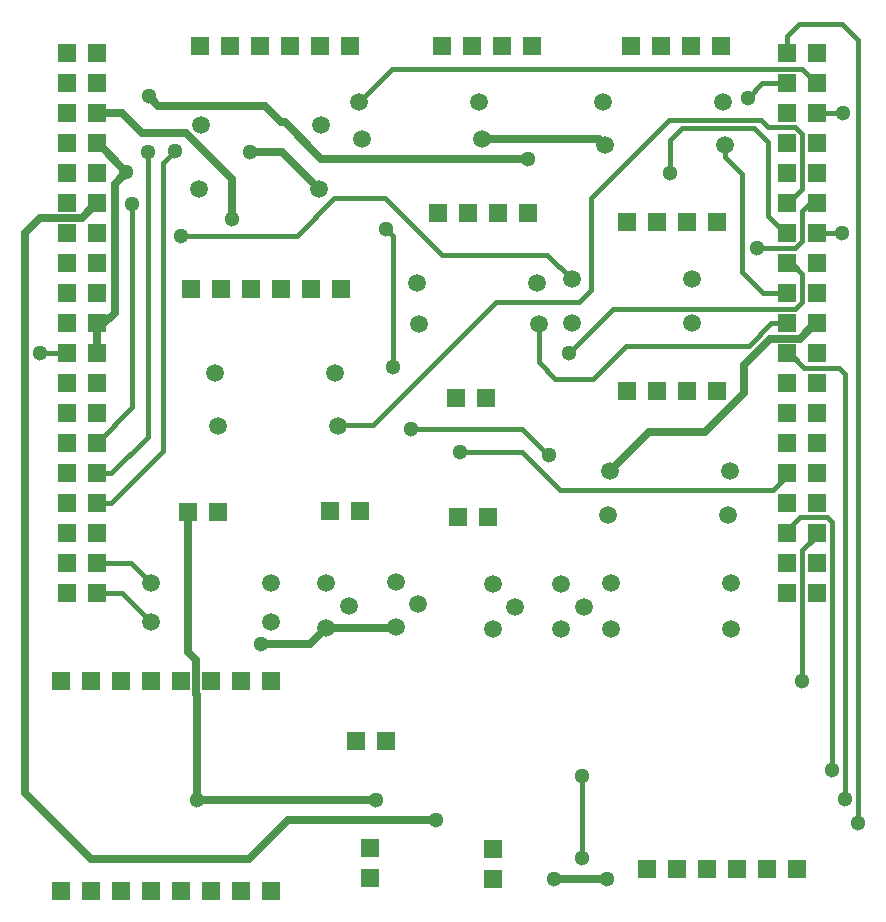
<source format=gbr>
G04 DesignSpark PCB Gerber Version 9.0 Build 5138 *
G04 #@! TF.Part,Single*
G04 #@! TF.FileFunction,Copper,L1,Top *
G04 #@! TF.FilePolarity,Positive *
%FSLAX35Y35*%
%MOIN*%
G04 #@! TA.AperFunction,ComponentPad*
%ADD27R,0.05906X0.05906*%
%ADD29R,0.05906X0.05906*%
G04 #@! TD.AperFunction*
%ADD25C,0.01500*%
%ADD23C,0.02520*%
G04 #@! TA.AperFunction,ComponentPad*
%ADD26R,0.05906X0.05906*%
%AMT26*0 Rounded Rectangle Pad at angle 90*4,1,8,0.02953,-0.02953,0.02953,0.02953,0.02953,0.02953,-0.02953,0.02953,-0.02953,0.02953,-0.02953,-0.02953,-0.02953,-0.02953,0.02953,-0.02953,0.02953,-0.02953,0*%
%ADD26T26*%
G04 #@! TA.AperFunction,ViaPad*
%ADD24C,0.05118*%
G04 #@! TA.AperFunction,ComponentPad*
%ADD28C,0.05906*%
X0Y0D02*
D02*
D23*
X30841Y198706D02*
Y208706D01*
X33321*
X36864Y212249*
Y255162*
X40801Y259099*
X30841Y248706D02*
X30801D01*
X25841Y243745*
X12061*
X6943Y238627*
Y52013*
X28990Y29965*
X81746*
X94738Y42957*
X143951*
X30841Y268706D02*
X31195D01*
X40801Y259099*
X30841Y278706D02*
X39305D01*
X45919Y272091*
X60486*
X75841Y256737*
Y243351*
X61274Y145713D02*
Y99257D01*
X64030Y96501*
Y85083*
X64423Y84690*
Y49650*
X123872*
X82140Y265792D02*
X92612D01*
X104817Y253587*
X85683Y101619D02*
X101864D01*
X107337Y107091*
X130171*
X130565Y107485*
X159305Y270123D02*
X198281D01*
X200250Y268154*
X174699Y263430D02*
X105762D01*
X93557Y275635*
X92376*
X86864Y281146*
X51431*
X48281Y284296*
X183321Y23272D02*
X201037D01*
X270841Y208706D02*
X270329D01*
X265211Y203587*
X255368*
X246707Y194926*
Y185477*
X233715Y172485*
X214817*
X201825Y159493*
D02*
D24*
X12061Y198706D03*
X40801Y259099D03*
X42770Y248469D03*
X47888Y265792D03*
X48281Y284296D03*
X56943Y266186D03*
X58911Y237839D03*
X64423Y49650D03*
X75841Y243351D03*
X82140Y265792D03*
X85683Y101619D03*
X123872Y49650D03*
X127415Y240202D03*
X129778Y194139D03*
X135683Y173272D03*
X143951Y42957D03*
X151825Y165792D03*
X174699Y263430D03*
X181746Y164611D03*
X183321Y23272D03*
X188439Y198863D03*
X192770Y30359D03*
Y57918D03*
X201037Y23272D03*
X221904Y258706D03*
X247888Y283902D03*
X251037Y233902D03*
X265998Y89375D03*
X275841Y59887D03*
X279384Y238706D03*
X279778Y278706D03*
X280171Y50044D03*
X284502Y42170D03*
D02*
D25*
X20841Y198706D02*
X12061D01*
X30841Y118706D02*
X39226D01*
X48833Y109099*
X30841Y128706D02*
X42219D01*
X48833Y122091*
X30841Y148706D02*
X35526D01*
X53006Y166186*
Y262249*
X56943Y266186*
X30841Y158706D02*
X35683D01*
X47888Y170910*
Y265792*
X42770Y248469D02*
Y180635D01*
X30841Y168706*
X58911Y237839D02*
X97494D01*
X110093Y250438*
X127022*
X145919Y231540*
X180959*
X189226Y223272*
X129778Y194139D02*
Y237839D01*
X127415Y240202*
X181746Y164611D02*
X181352D01*
X172691Y173272*
X135683*
X192770Y30359D02*
Y57918D01*
X260841Y138706D02*
Y139769D01*
X265211Y144139*
X274266*
X275841Y142564*
Y59887*
X260841Y158706D02*
Y157879D01*
X256156Y153194*
X185289*
X172691Y165792*
X151825*
X260841Y198706D02*
X261825D01*
X266785Y193745*
X278203*
X280171Y191776*
Y50044*
X260841Y208706D02*
X255762D01*
X248281Y201225*
X207337*
X196313Y190202*
X183715*
X178203Y195713*
Y208312*
X260841Y218706D02*
X252848D01*
X245919Y225635*
Y258548*
X240250Y264217*
Y268154*
X260841Y228706D02*
X262533D01*
X265998Y225241*
Y215792*
X263636Y213430*
X203006*
X188439Y198863*
X260841Y238706D02*
X260407D01*
X254581Y244532*
Y268942*
X249856Y273666*
X225841*
X221904Y269729*
Y258706*
X260841Y248706D02*
X261116D01*
X265998Y253587*
Y271698*
X263636Y274060*
X254581*
X252219Y276422*
X221510*
X195526Y250438*
Y219729*
X191589Y215792*
X164030*
X123085Y174847*
X111667*
X111274Y174454*
X260841Y288706D02*
X252691D01*
X247888Y283902*
X260841Y298706D02*
Y304335D01*
X264817Y308312*
X279384*
X284502Y303194*
Y42170*
X265998Y89375D02*
Y133076D01*
X270841Y137918*
Y138706*
Y238706D02*
X279384D01*
X270841Y248706D02*
X268596D01*
X265998Y246107*
Y236265*
X263636Y233902*
X251037*
X270841Y278706D02*
X279778D01*
X270841Y288706D02*
X270644D01*
X265998Y293351*
X129384*
X118360Y282328*
D02*
D26*
X20841Y118706D03*
Y128706D03*
Y138706D03*
Y148706D03*
Y158706D03*
Y168706D03*
Y178706D03*
Y188706D03*
Y198706D03*
Y208706D03*
Y218706D03*
Y228706D03*
Y238706D03*
Y248706D03*
Y258706D03*
Y268706D03*
Y278706D03*
Y288706D03*
Y298706D03*
X30841Y118706D03*
Y128706D03*
Y138706D03*
Y148706D03*
Y158706D03*
Y168706D03*
Y178706D03*
Y188706D03*
Y198706D03*
Y208706D03*
Y218706D03*
Y228706D03*
Y238706D03*
Y248706D03*
Y258706D03*
Y268706D03*
Y278706D03*
Y288706D03*
Y298706D03*
X260841Y118706D03*
Y128706D03*
Y138706D03*
Y148706D03*
Y158706D03*
Y168706D03*
Y178706D03*
Y188706D03*
Y198706D03*
Y208706D03*
Y218706D03*
Y228706D03*
Y238706D03*
Y248706D03*
Y258706D03*
Y268706D03*
Y278706D03*
Y288706D03*
Y298706D03*
X270841Y118706D03*
Y128706D03*
Y138706D03*
Y148706D03*
Y158706D03*
Y168706D03*
Y178706D03*
Y188706D03*
Y198706D03*
Y208706D03*
Y218706D03*
Y228706D03*
Y238706D03*
Y248706D03*
Y258706D03*
Y268706D03*
Y278706D03*
Y288706D03*
Y298706D03*
D02*
D27*
X19049Y19375D03*
Y89375D03*
X29049Y19375D03*
Y89375D03*
X39049Y19375D03*
Y89375D03*
X49049Y19375D03*
Y89375D03*
X59049Y19375D03*
Y89375D03*
X62415Y220123D03*
X65171Y301225D03*
X69049Y19375D03*
Y89375D03*
X72415Y220123D03*
X75171Y301225D03*
X79049Y19375D03*
Y89375D03*
X82415Y220123D03*
X85171Y301225D03*
X89049Y19375D03*
Y89375D03*
X92415Y220123D03*
X95171Y301225D03*
X102415Y220123D03*
X105171Y301225D03*
X112415Y220123D03*
X115171Y301225D03*
X144699Y245320D03*
X145880Y301225D03*
X154699Y245320D03*
X155880Y301225D03*
X164699Y245320D03*
X165880Y301225D03*
X174699Y245320D03*
X175880Y301225D03*
X207691Y186265D03*
Y242564D03*
X208872Y301225D03*
X214384Y26816D03*
X217691Y186265D03*
Y242564D03*
X218872Y301225D03*
X224384Y26816D03*
X227691Y186265D03*
Y242564D03*
X228872Y301225D03*
X234384Y26816D03*
X237691Y186265D03*
Y242564D03*
X238872Y301225D03*
X244384Y26816D03*
X254384D03*
X264384D03*
D02*
D28*
X48833Y109099D03*
Y122091D03*
X64817Y253587D03*
X65604Y274847D03*
X70329Y192170D03*
X71274Y174454D03*
X88833Y109099D03*
Y122091D03*
X104817Y253587D03*
X105604Y274847D03*
X107337Y107091D03*
Y122091D03*
X110329Y192170D03*
X111274Y174454D03*
X114837Y114591D03*
X118360Y282328D03*
X119305Y270123D03*
X130565Y107485D03*
Y122485D03*
X137652Y222091D03*
X138065Y114985D03*
X138203Y208312D03*
X158360Y282328D03*
X159305Y270123D03*
X162848Y106698D03*
Y121698D03*
X170348Y114198D03*
X177652Y222091D03*
X178203Y208312D03*
X185683Y106698D03*
Y121698D03*
X189226Y223272D03*
X189384Y208706D03*
X193183Y114198D03*
X199620Y282328D03*
X200250Y268154D03*
X201195Y144926D03*
X201825Y159493D03*
X202219Y106737D03*
Y122091D03*
X229226Y223272D03*
X229384Y208706D03*
X239620Y282328D03*
X240250Y268154D03*
X241195Y144926D03*
X241825Y159493D03*
X242219Y106737D03*
Y122091D03*
D02*
D29*
X61274Y145713D03*
X71274D03*
X108518Y146107D03*
X117415Y69335D03*
X118518Y146107D03*
X121904Y23666D03*
Y33666D03*
X127415Y69335D03*
X150486Y183902D03*
X151274Y144139D03*
X160486Y183902D03*
X161274Y144139D03*
X162848Y23272D03*
Y33272D03*
X0Y0D02*
M02*

</source>
